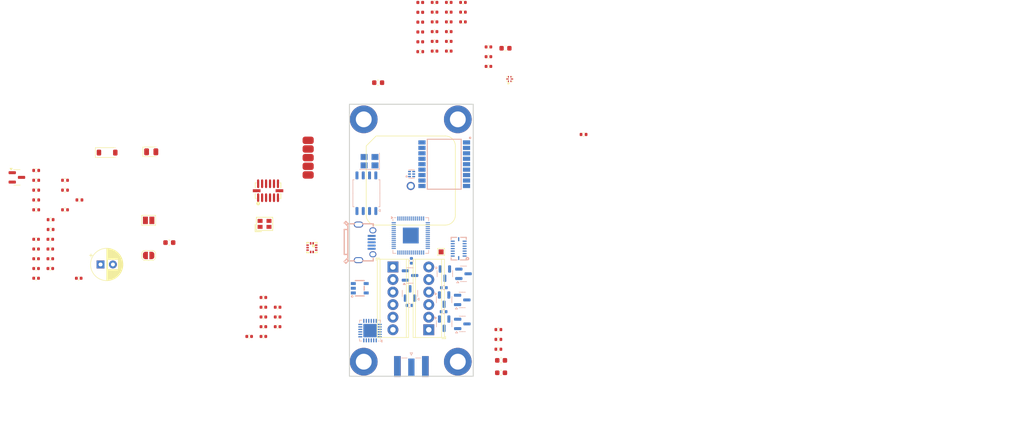
<source format=kicad_pcb>
(kicad_pcb (version 20240108) (generator "pcbnew") (generator_version "8.0")
  (layers (0 "F.Cu" signal) (1 "In1.Cu" power) (2 "In2.Cu" power) (31 "B.Cu" signal) (34 "B.Paste" user) (35 "F.Paste" user) (36 "B.SilkS" user "B.Silkscreen") (37 "F.SilkS" user "F.Silkscreen") (38 "B.Mask" user) (39 "F.Mask" user) (44 "Edge.Cuts" user))
  (net 0 "")
  (net 1 "GND")
  (net 2 "+3V3")
  (net 3 "+1V1")
  (net 4 "+12P")
  (net 5 "+12V")
  (net 6 "+BATT")
  (net 7 "/BUZZER")
  (net 8 "VBUS")
  (net 10 "Net-(D2-A)")
  (net 11 "/P4-")
  (net 12 "/P3-")
  (net 13 "/P2-")
  (net 14 "/P1-")
  (net 15 "/RUN")
  (net 16 "/BOOTSEL")
  (net 17 "/SWCLK")
  (net 18 "/SWD")
  (net 19 "/GPS 3v3")
  (net 20 "/RF GND 1")
  (net 21 "/ANT")
  (net 22 "/USB_D-")
  (net 23 "/USB_D+")
  (net 24 "/SCL")
  (net 25 "/VCC RF")
  (net 26 "/BRKOUT4")
  (net 27 "/BRKOUT3")
  (net 28 "/BRKOUT2")
  (net 29 "/BRKOUT1")
  (net 30 "/LEDBLUE")
  (net 31 "/LEDGREEN")
  (net 32 "/LEDRED")
  (net 33 "/P1 EN ")
  (net 34 "/P2 EN ")
  (net 35 "/P3 EN ")
  (net 36 "/P4 EN ")
  (net 37 "/BATT SENSE ")
  (net 38 "/P1 CONT ")
  (net 39 "/P3 CONT ")
  (net 40 "/RP USB_D+")
  (net 41 "/RP USB_D-")
  (net 42 "/P2 CONT ")
  (net 43 "/QSPI_SS")
  (net 44 "/P4 CONT ")
  (net 45 "/RF GND 2")
  (net 46 "/PPS")
  (net 47 "/SDA")
  (net 48 "/GPS_RST")
  (net 49 "/ANT OFF")
  (net 50 "/QSPI_SD1")
  (net 51 "/QSPI_SD2")
  (net 52 "/QSPI_SDO")
  (net 53 "/QSPI_SCLK")
  (net 54 "/QSPI_SD3")
  (net 55 "/XIN")
  (net 59 "Net-(U5-SW)")
  (net 60 "Net-(U5-FB)")
  (net 61 "Net-(D7-A)")
  (net 64 "Net-(D4-RK)")
  (net 65 "Net-(D4-GK)")
  (net 66 "Net-(D4-BK)")
  (net 82 "Net-(J3-In)")
  (net 83 "Net-(U1-VREG)")
  (net 84 "/SX CS")
  (net 85 "/XTA")
  (net 86 "/XTB")
  (net 87 "Net-(U1-VR_PA)")
  (net 89 "Net-(U7-RFIN)")
  (net 90 "Net-(U1-RFI_P)")
  (net 91 "Net-(U6-RF2)")
  (net 92 "Net-(U1-RFI_N)")
  (net 93 "Net-(C38-Pad2)")
  (net 94 "Net-(U1-RFO)")
  (net 95 "Net-(C40-Pad1)")
  (net 96 "Net-(U6-RF1)")
  (net 97 "Net-(U6-VCTL)")
  (net 98 "Net-(U6-RFC)")
  (net 99 "Net-(C44-Pad2)")
  (net 100 "Net-(U1-DCC_SW)")
  (net 101 "/CTL")
  (net 122 "/3v3_lora")
  (net 124 "/DIO1")
  (net 125 "/BUSY")
  (net 126 "/MISO")
  (net 127 "/MOSI")
  (net 128 "/SCK")
  (net 131 "/ANT IN")
  (footprint "Capacitor_SMD:C_0402_1005Metric" (layer "F.Cu") (at 120.315 99.21)
    (property "Reference" "C8" (hide yes))
    (property "Value" "1u")
    (pad "1" smd roundrect (at -0.48 0) (size 0.56 0.62) (layers "F.Cu" "F.Paste" "F.Mask") (net 4 "+12P"))
    (pad "2" smd roundrect (at 0.48 0) (size 0.56 0.62) (layers "F.Cu" "F.Paste" "F.Mask") (net 1 "GND"))
  )
  (footprint "MountingHole:MountingHole_3.2mm_M3_DIN965_Pad" (layer "F.Cu") (at 186.486 116.078)
    (property "Reference" "H3" (hide yes))
    (property "Value" "MountingHole_Pad")
    (pad "1" thru_hole circle (at 0 0) (size 5.6 5.6) (drill 3.2) (layers "*.Cu" "*.Mask") (net 1 "GND"))
  )
  (footprint "Capacitor_SMD:C_0402_1005Metric" (layer "F.Cu") (at 211.6725 54.405)
    (property "Reference" "C48" (hide yes))
    (property "Value" "100nF")
    (pad "1" smd roundrect (at -0.48 0) (size 0.56 0.62) (layers "F.Cu" "F.Paste" "F.Mask") (net 122 "/3v3_lora"))
    (pad "2" smd roundrect (at 0.48 0) (size 0.56 0.62) (layers "F.Cu" "F.Paste" "F.Mask") (net 1 "GND"))
  )
  (footprint "Capacitor_SMD:C_0402_1005Metric" (layer "F.Cu") (at 211.6725 52.435)
    (property "Reference" "C47" (hide yes))
    (property "Value" "100nF")
    (pad "1" smd roundrect (at -0.48 0) (size 0.56 0.62) (layers "F.Cu" "F.Paste" "F.Mask") (net 122 "/3v3_lora"))
    (pad "2" smd roundrect (at 0.48 0) (size 0.56 0.62) (layers "F.Cu" "F.Paste" "F.Mask") (net 1 "GND"))
  )
  (footprint "Capacitor_SMD:C_0402_1005Metric" (layer "F.Cu") (at 211.6725 56.375)
    (property "Reference" "C49" (hide yes))
    (property "Value" "100nF")
    (pad "1" smd roundrect (at -0.48 0) (size 0.56 0.62) (layers "F.Cu" "F.Paste" "F.Mask") (net 122 "/3v3_lora"))
    (pad "2" smd roundrect (at 0.48 0) (size 0.56 0.62) (layers "F.Cu" "F.Paste" "F.Mask") (net 1 "GND"))
  )
  (footprint "Resistor_SMD:R_0402_1005Metric" (layer "F.Cu") (at 126.155 81.39)
    (property "Reference" "R18" (hide yes))
    (property "Value" "22R")
    (pad "1" smd roundrect (at -0.51 0) (size 0.54 0.64) (layers "F.Cu" "F.Paste" "F.Mask") (net 41 "/RP USB_D-"))
    (pad "2" smd roundrect (at 0.51 0) (size 0.54 0.64) (layers "F.Cu" "F.Paste" "F.Mask") (net 22 "/USB_D-"))
  )
  (footprint "Capacitor_SMD:C_0402_1005Metric" (layer "F.Cu") (at 120.315 95.27)
    (property "Reference" "C3" (hide yes))
    (property "Value" "100n")
    (pad "1" smd roundrect (at -0.48 0) (size 0.56 0.62) (layers "F.Cu" "F.Paste" "F.Mask") (net 37 "/BATT SENSE "))
    (pad "2" smd roundrect (at 0.48 0) (size 0.56 0.62) (layers "F.Cu" "F.Paste" "F.Mask") (net 1 "GND"))
  )
  (footprint "Capacitor_THT:CP_Radial_D6.3mm_P2.50mm" (layer "F.Cu") (at 133.330241 96.42)
    (property "Reference" "C9" (hide yes))
    (property "Value" "680uf")
    (pad "1" thru_hole rect (at 0 0) (size 1.6 1.6) (drill 0.8) (layers "*.Cu" "*.Mask") (net 4 "+12P"))
    (pad "2" thru_hole circle (at 2.5 0) (size 1.6 1.6) (drill 0.8) (layers "*.Cu" "*.Mask") (net 1 "GND"))
  )
  (footprint ".pretty:QFN-6_L1.0-W1.0-P0.50-LS1.0-BL" (layer "F.Cu") (at 215.958 58.928)
    (property "Reference" "U6" (hide yes))
    (property "Value" "SKY13453-385LF")
    (pad "1" smd rect (at -0.25 0.45) (size 0.2 0.33) (layers "F.Cu" "F.Paste" "F.Mask") (net 2 "+3V3"))
    (pad "2" smd rect (at 0.25 0.45) (size 0.2 0.33) (layers "F.Cu" "F.Paste" "F.Mask") (net 96 "Net-(U6-RF1)"))
    (pad "3" smd rect (at 0.45 0) (size 0.51 0.2) (layers "F.Cu" "F.Paste" "F.Mask") (net 1 "GND"))
    (pad "4" smd rect (at 0.25 -0.45) (size 0.2 0.33) (layers "F.Cu" "F.Paste" "F.Mask") (net 91 "Net-(U6-RF2)"))
    (pad "5" smd rect (at -0.25 -0.45) (size 0.2 0.33) (layers "F.Cu" "F.Paste" "F.Mask") (net 97 "Net-(U6-VCTL)"))
    (pad "6" smd rect (at -0.45 0) (size 0.51 0.2) (layers "F.Cu" "F.Paste" "F.Mask") (net 98 "Net-(U6-RFC)"))
  )
  (footprint "Capacitor_SMD:C_0402_1005Metric" (layer "F.Cu") (at 166.2176 105.0656)
    (property "Reference" "C18" (hide yes))
    (property "Value" "1u")
    (pad "1" smd roundrect (at -0.48 0) (size 0.56 0.62) (layers "F.Cu" "F.Paste" "F.Mask") (net 3 "+1V1"))
    (pad "2" smd roundrect (at 0.48 0) (size 0.56 0.62) (layers "F.Cu" "F.Paste" "F.Mask") (net 1 "GND"))
  )
  (footprint "Capacitor_SMD:C_0402_1005Metric" (layer "F.Cu") (at 203.6575 43.434)
    (property "Reference" "C38" (hide yes))
    (property "Value" "3.3pF")
    (pad "1" smd roundrect (at -0.48 0) (size 0.56 0.62) (layers "F.Cu" "F.Paste" "F.Mask") (net 94 "Net-(U1-RFO)"))
    (pad "2" smd roundrect (at 0.48 0) (size 0.56 0.62) (layers "F.Cu" "F.Paste" "F.Mask") (net 93 "Net-(C38-Pad2)"))
  )
  (footprint "Resistor_SMD:R_0402_1005Metric" (layer "F.Cu") (at 129.065 83.38)
    (property "Reference" "R28" (hide yes))
    (property "Value" "1k")
    (pad "1" smd roundrect (at -0.51 0) (size 0.54 0.64) (layers "F.Cu" "F.Paste" "F.Mask") (net 30 "/LEDBLUE"))
    (pad "2" smd roundrect (at 0.51 0) (size 0.54 0.64) (layers "F.Cu" "F.Paste" "F.Mask") (net 66 "Net-(D4-BK)"))
  )
  (footprint "Package_TO_SOT_SMD:SOT-23" (layer "F.Cu") (at 116.435 78.815)
    (property "Reference" "Q1" (hide yes))
    (property "Value" "AO3401A")
    (pad "1" smd roundrect (at -0.9375 -0.95) (size 1.475 0.6) (layers "F.Cu" "F.Paste" "F.Mask") (net 1 "GND"))
    (pad "2" smd roundrect (at -0.9375 0.95) (size 1.475 0.6) (layers "F.Cu" "F.Paste" "F.Mask") (net 4 "+12P"))
    (pad "3" smd roundrect (at 0.9375 0) (size 1.475 0.6) (layers "F.Cu" "F.Paste" "F.Mask") (net 5 "+12V"))
  )
  (footprint "Capacitor_SMD:C_0402_1005Metric" (layer "F.Cu") (at 203.6575 47.374)
    (property "Reference" "C40" (hide yes))
    (property "Value" "100pF")
    (pad "1" smd roundrect (at -0.48 0) (size 0.56 0.62) (layers "F.Cu" "F.Paste" "F.Mask") (net 95 "Net-(C40-Pad1)"))
    (pad "2" smd roundrect (at 0.48 0) (size 0.56 0.62) (layers "F.Cu" "F.Paste" "F.Mask") (net 96 "Net-(U6-RF1)"))
  )
  (footprint "Resistor_SMD:R_0402_1005Metric" (layer "F.Cu") (at 213.67561 109.582666)
    (property "Reference" "R7" (hide yes))
    (property "Value" "15k")
    (pad "1" smd roundrect (at -0.51 0) (size 0.54 0.64) (layers "F.Cu" "F.Paste" "F.Mask") (net 59 "Net-(U5-SW)"))
    (pad "2" smd roundrect (at 0.51 0) (size 0.54 0.64) (layers "F.Cu" "F.Paste" "F.Mask") (net 60 "Net-(U5-FB)"))
  )
  (footprint "Capacitor_SMD:C_0402_1005Metric" (layer "F.Cu") (at 206.5275 43.434)
    (property "Reference" "C44" (hide yes))
    (property "Value" "33pF")
    (pad "1" smd roundrect (at -0.48 0) (size 0.56 0.62) (layers "F.Cu" "F.Paste" "F.Mask") (net 98 "Net-(U6-RFC)"))
    (pad "2" smd roundrect (at 0.48 0) (size 0.56 0.62) (layers "F.Cu" "F.Paste" "F.Mask") (net 99 "Net-(C44-Pad2)"))
  )
  (footprint "Resistor_SMD:R_0402_1005Metric" (layer "F.Cu") (at 120.335 81.39)
    (property "Reference" "R3" (hide yes))
    (property "Value" "1k")
    (pad "1" smd roundrect (at -0.51 0) (size 0.54 0.64) (layers "F.Cu" "F.Paste" "F.Mask") (net 10 "Net-(D2-A)"))
    (pad "2" smd roundrect (at 0.51 0) (size 0.54 0.64) (layers "F.Cu" "F.Paste" "F.Mask") (net 2 "+3V3"))
  )
  (footprint "Capacitor_SMD:C_0402_1005Metric" (layer "F.Cu") (at 169.0876 105.0656)
    (property "Reference" "C24" (hide yes))
    (property "Value" "100n")
    (pad "1" smd roundrect (at -0.48 0) (size 0.56 0.62) (layers "F.Cu" "F.Paste" "F.Mask") (net 2 "+3V3"))
    (pad "2" smd roundrect (at 0.48 0) (size 0.56 0.62) (layers "F.Cu" "F.Paste" "F.Mask") (net 1 "GND"))
  )
  (footprint "Capacitor_SMD:C_0402_1005Metric" (layer "F.Cu") (at 206.5275 45.404)
    (property "Reference" "C45" (hide yes))
    (property "Value" "TBD")
    (pad "1" smd roundrect (at -0.48 0) (size 0.56 0.62) (layers "F.Cu" "F.Paste" "F.Mask") (net 1 "GND"))
    (pad "2" smd roundrect (at 0.48 0) (size 0.56 0.62) (layers "F.Cu" "F.Paste" "F.Mask") (net 99 "Net-(C44-Pad2)"))
  )
  (footprint "TerminalBlock_Phoenix:TerminalBlock_Phoenix_MPT-0,5-6-2.54_1x06_P2.54mm_Horizontal" (layer "F.Cu") (at 199.6186 109.6264 90)
    (property "Reference" "J9" (hide yes))
    (property "Value" "Screw_Terminal_01x06")
    (pad "1" thru_hole rect (at 0 0 90) (size 2.2 2.2) (drill 1.1) (layers "*.Cu" "*.Mask") (net 4 "+12P"))
    (pad "2" thru_hole circle (at 2.54 0 90) (size 2.2 2.2) (drill 1.1) (layers "*.Cu" "*.Mask") (net 14 "/P1-"))
    (pad "3" thru_hole circle (at 5.08 0 90) (size 2.2 2.2) (drill 1.1) (layers "*.Cu" "*.Mask") (net 4 "+12P"))
    (pad "4" thru_hole circle (at 7.62 0 90) (size 2.2 2.2) (drill 1.1) (layers "*.Cu" "*.Mask") (net 13 "/P2-"))
    (pad "5" thru_hole circle (at 10.16 0 90) (size 2.2 2.2) (drill 1.1) (layers "*.Cu" "*.Mask") (net 4 "+12P"))
    (pad "6" thru_hole circle (at 12.7 0 90) (size 2.2 2.2) (drill 1.1) (layers "*.Cu" "*.Mask") (net 12 "/P3-"))
  )
  (footprint "Capacitor_SMD:C_0402_1005Metric" (layer "F.Cu") (at 120.315 91.33)
    (property "Reference" "C1" (hide yes))
    (property "Value" "100n")
    (pad "1" smd roundrect (at -0.48 0) (size 0.56 0.62) (layers "F.Cu" "F.Paste" "F.Mask") (net 2 "+3V3"))
    (pad "2" smd roundrect (at 0.48 0) (size 0.56 0.62) (layers "F.Cu" "F.Paste" "F.Mask") (net 1 "GND"))
  )
  (footprint "Capacitor_SMD:C_0402_1005Metric" (layer "F.Cu") (at 200.7875 53.284)
    (property "Reference" "C37" (hide yes))
    (property "Value" "1pF")
    (pad "1" smd roundrect (at -0.48 0) (size 0.56 0.62) (layers "F.Cu" "F.Paste" "F.Mask") (net 1 "GND"))
    (pad "2" smd roundrect (at 0.48 0) (size 0.56 0.62) (layers "F.Cu" "F.Paste" "F.Mask") (net 91 "Net-(U6-RF2)"))
  )
  (footprint "Jumper:SolderJumper-2_P1.3mm_Open_RoundedPad1.0x1.5mm" (layer "F.Cu") (at 143.045 94.6)
    (property "Reference" "J4" (hide yes))
    (property "Value" "Conn_01x02")
    (pad "1" smd custom (at -0.65 0) (size 1 0.5) (layers "F.Cu" "F.Mask") (net 1 "GND") (options (clearance outline) (anchor rect)) (primitives (gr_circle (center 0 0.25) (end 0.5 0.25) (width 0) (fill yes)) (gr_circle (center 0 -0.25) (end 0.5 -0.25) (width 0) (fill yes)) (gr_poly (pts (xy 0.5 0.75) (xy 0 0.75) (xy 0 -0.75) (xy 0.5 -0.75)) (width 0) (fill yes))))
    (pad "2" smd custom (at 0.65 0) (size 1 0.5) (layers "F.Cu" "F.Mask") (net 16 "/BOOTSEL") (options (clearance outline) (anchor rect)) (primitives (gr_circle (center 0 0.25) (end 0.5 0.25) (width 0) (fill yes)) (gr_circle (center 0 -0.25) (end 0.5 -0.25) (width 0) (fill yes)) (gr_poly (pts (xy 0 0.75) (xy -0.5 0.75) (xy -0.5 -0.75) (xy 0 -0.75)) (width 0) (fill yes))))
  )
  (footprint "Inductor_SMD:L_0603_1608Metric" (layer "F.Cu") (at 215.1125 52.705)
    (property "Reference" "FB2" (hide yes))
    (property "Value" "200mA")
    (pad "1" smd roundrect (at -0.7875 0) (size 0.875 0.95) (layers "F.Cu" "F.Paste" "F.Mask") (net 2 "+3V3"))
    (pad "2" smd roundrect (at 0.7875 0) (size 0.875 0.95) (layers "F.Cu" "F.Paste" "F.Mask") (net 122 "/3v3_lora"))
  )
  (footprint "Capacitor_SMD:C_0402_1005Metric" (layer "F.Cu") (at 203.6575 51.314)
    (property "Reference" "C42" (hide yes))
    (property "Value" "100nF")
    (pad "1" smd roundrect (at -0.48 0) (size 0.56 0.62) (layers "F.Cu" "F.Paste" "F.Mask") (net 1 "GND"))
    (pad "2" smd roundrect (at 0.48 0) (size 0.56 0.62) (layers "F.Cu" "F.Paste" "F.Mask") (net 97 "Net-(U6-VCTL)"))
  )
  (footprint "Capacitor_SMD:C_0402_1005Metric" (layer "F.Cu") (at 203.6575 45.404)
    (property "Reference" "C39" (hide yes))
    (property "Value" "18pF")
    (pad "1" smd roundrect (at -0.48 0) (size 0.56 0.62) (layers "F.Cu" "F.Paste" "F.Mask") (net 1 "GND"))
    (pad "2" smd roundrect (at 0.48 0) (size 0.56 0.62) (layers "F.Cu" "F.Paste" "F.Mask") (net 93 "Net-(C38-Pad2)"))
  )
  (footprint "Resistor_SMD:R_0402_1005Metric" (layer "F.Cu") (at 123.245 89.35)
    (property "Reference" "R15" (hide yes))
    (property "Value" "22R")
    (pad "1" smd roundrect (at -0.51 0) (size 0.54 0.64) (layers "F.Cu" "F.Paste" "F.Mask") (net 23 "/USB_D+"))
    (pad "2" smd roundrect (at 0.51 0) (size 0.54 0.64) (layers "F.Cu" "F.Paste" "F.Mask") (net 40 "/RP USB_D+"))
  )
  (footprint "TestPoint:TestPoint_Pad_1.0x1.0mm" (layer "F.Cu") (at 202.1078 93.8784)
    (property "Reference" "TP1" (hide yes))
    (property "Value" "TestPoint")
    (pad "1" smd rect (at 0 0) (size 1 1) (layers "F.Cu" "F.Mask") (net 15 "/RUN"))
  )
  (footprint "Capacitor_SMD:C_0402_1005Metric" (layer "F.Cu") (at 203.6575 49.344)
    (property "Reference" "C41" (hide yes))
    (property "Value" "15pF")
    (pad "1" smd roundrect (at -0.48 0) (size 0.56 0.62) (layers "F.Cu" "F.Paste" "F.Mask") (net 1 "GND"))
    (pad "2" smd roundrect (at 0.48 0) (size 0.56 0.62) (layers "F.Cu" "F.Paste" "F.Mask") (net 96 "Net-(U6-RF1)"))
  )
  (footprint "Capacitor_SMD:C_0603_1608Metric" (layer "F.Cu") (at 214.22561 115.812666)
    (property "Reference" "C5" (hide yes))
    (property "Value" "4u7")
    (pad "1" smd roundrect (at -0.775 0) (size 0.9 0.95) (layers "F.Cu" "F.Paste" "F.Mask") (net 4 "+12P"))
    (pad "2" smd roundrect (at 0.775 0) (size 0.9 0.95) (layers "F.Cu" "F.Paste" "F.Mask") (net 1 "GND"))
  )
  (footprint "Inductor_SMD:L_0603_1608Metric" (layer "F.Cu") (at 189.3975 59.664)
    (property "Reference" "L4" (hide yes))
    (property "Value" "15uH")
    (pad "1" smd roundrect (at -0.7875 0) (size 0.875 0.95) (layers "F.Cu" "F.Paste" "F.Mask") (net 100 "Net-(U1-DCC_SW)"))
    (pad "2" smd roundrect (at 0.7875 0) (size 0.875 0.95) (layers "F.Cu" "F.Paste" "F.Mask") (net 83 "Net-(U1-VREG)"))
  )
  (footprint "Capacitor_SMD:C_0402_1005Metric" (layer "F.Cu") (at 200.7875 47.374)
    (property "Reference" "C31" (hide yes))
    (property "Value" "3.3pF")
    (pad "1" smd roundrect (at -0.48 0) (size 0.56 0.62) (layers "F.Cu" "F.Paste" "F.Mask") (net 1 "GND"))
    (pad "2" smd roundrect (at 0.48 0) (size 0.56 0.62) (layers "F.Cu" "F.Paste" "F.Mask") (net 90 "Net-(U1-RFI_P)"))
  )
  (footprint "TerminalBlock_Phoenix:TerminalBlock_Phoenix_MPT-0,5-6-2.54_1x06_P2.54mm_Horizontal" (layer "F.Cu") (at 192.3796 96.9264 -90)
    (property "Reference" "J2" (hide yes))
    (property "Value" "Screw_Terminal_01x06")
    (pad "1" thru_hole rect (at 0 0 270) (size 2.2 2.2) (drill 1.1) (layers "*.Cu" "*.Mask") (net 11 "/P4-"))
    (pad "2" thru_hole circle (at 2.54 0 270) (size 2.2 2.2) (drill 1.1) (layers "*.Cu" "*.Mask") (net 4 "+12P"))
    (pad "3" thru_hole circle (at 5.08 0 270) (size 2.2 2.2) (drill 1.1) (layers "*.Cu" "*.Mask") (net 5 "+12V"))
    (pad "4" thru_hole circle (at 7.62 0 270) (size 2.2 2.2) (drill 1.1) (layers "*.Cu" "*.Mask") (net 6 "+BATT"))
    (pad "5" thru_hole circle (at 10.16 0 270) (size 2.2 2.2) (drill 1.1) (layers "*.Cu" "*.Mask") (net 1 "GND"))
    (pad "6" thru_hole circle (at 12.7 0 270) (size 2.2 2.2) (drill 1.1) (layers "*.Cu" "*.Mask") (net 6 "+BATT"))
  )
  (footprint "Capacitor_SMD:C_0402_1005Metric" (layer "F.Cu") (at 123.185 91.33)
    (property "Reference" "C10" (hide yes))
    (property "Value" "1u")
    (pad "1" smd roundrect (at -0.48 0) (size 0.56 0.62) (layers "F.Cu" "F.Paste" "F.Mask") (net 2 "+3V3"))
    (pad "2" smd roundrect (at 0.48 0) (size 0.56 0.62) (layers "F.Cu" "F.Paste" "F.Mask") (net 1 "GND"))
  )
  (footprint "Capacitor_SMD:C_0402_1005Metric" (layer "F.Cu") (at 166.2176 109.0056)
    (property "Reference" "C21" (hide yes))
    (property "Value" "100n")
    (pad "1" smd roundrect (at -0.48 0) (size 0.56 0.62) (layers "F.Cu" "F.Paste" "F.Mask") (net 2 "+3V3"))
    (pad "2" smd roundrect (at 0.48 0) (size 0.56 0.62) (layers "F.Cu" "F.Paste" "F.Mask") (net 1 "GND"))
  )
  (footprint "Resistor_SMD:R_0402_1005Metric" (layer "F.Cu") (at 230.881 70.137)
    (property "Reference" "R6" (hide yes))
    (property "Value" "5.1k")
    (pad "1" smd roundrect (at -0.51 0) (size 0.54 0.64) (layers "F.Cu" "F.Paste" "F.Mask") (net 2 "+3V3"))
    (pad "2" smd roundrect (at 0.51 0) (size 0.54 0.64) (layers "F.Cu" "F.Paste" "F.Mask") (net 84 "/SX CS"))
  )
  (footprint "Capacitor_SMD:C_0603_1608Metric" (layer "F.Cu") (at 214.22561 118.322666)
    (property "Reference" "C6" (hide yes))
    (property "Value" "10u")
    (pad "1" smd roundrect (at -0.775 0) (size 0.9 0.95) (layers "F.Cu" "F.Paste" "F.Mask") (net 2 "+3V3"))
    (pad "2" smd roundrect (at 0.775 0) (size 0.9 0.95) (layers "F.Cu" "F.Paste" "F.Mask") (net 1 "GND"))
  )
  (footprint "Resistor_SMD:R_0402_1005Metric" (layer "F.Cu") (at 120.335 77.41)
    (property "Reference" "R1" (hide yes))
    (property "Value" "5.1k")
    (pad "1" smd roundrect (at -0.51 0) (size 0.54 0.64) (layers "F.Cu" "F.Paste" "F.Mask") (net 2 "+3V3"))
    (pad "2" smd roundrect (at 0.51 0) (size 0.54 0.64) (layers "F.Cu" "F.Paste" "F.Mask") (net 15 "/RUN"))
  )
  (footprint "Resistor_SMD:R_0402_1005Metric" (layer "F.Cu") (at 126.155 79.4)
    (property "Reference" "R17" (hide yes))
    (property "Value" "1k")
    (pad "1" smd roundrect (at -0.51 0) (size 0.54 0.64) (layers "F.Cu" "F.Paste" "F.Mask") (net 1 "GND"))
    (pad "2" smd roundrect (at 0.51 0) (size 0.54 0.64) (layers "F.Cu" "F.Paste" "F.Mask") (net 33 "/P1 EN "))
  )
  (footprint "Resistor_SMD:R_0402_1005Metric" (layer "F.Cu") (at 213.67561 113.562666)
    (property "Reference" "R9" (hide yes))
    (property "Value" "1k")
    (pad "1" smd roundrect (at -0.51 0) (size 0.54 0.64) (layers "F.Cu" "F.Paste" "F.Mask") (net 46 "/PPS"))
    (pad "2" smd roundrect (at 0.51 0) (size 0.54 0.64) (layers "F.Cu" "F.Paste" "F.Mask") (net 61 "Net-(D7-A)"))
  )
  (footprint "easyeda2kicad:LGA-14_L5.0-W3.0-P0.80-BL" (layer "F.Cu") (at 167.16 81.51)
    (property "Reference" "U4" (hide yes))
    (property "Value" "ADXL375BCCZ-RL7")
    (pad "1" smd oval (at -2 1.41) (size 0.45 1.77) (layers "F.Cu" "F.Paste" "F.Mask") (net 2 "+3V3"))
    (pad "2" smd oval (at -1.2 1.41) (size 0.45 1.77) (layers "F.Cu" "F.Paste" "F.Mask") (net 1 "GND"))
    (pad "3" smd oval (at -0.4 1.41) (size 0.45 1.77) (layers "F.Cu" "F.Paste" "F.Mask") (net 2 "+3V3"))
    (pad "4" smd oval (at 0.4 1.41) (size 0.45 1.77) (layers "F.Cu" "F.Paste" "F.Mask") (net 1 "GND"))
    (pad "5" smd oval (at 1.2 1.41) (size 0.45 1.77) (layers "F.Cu" "F.Paste" "F.Mask") (net 1 "GND"))
    (pad "6" smd oval (at 2 1.41) (size 0.45 1.77) (layers "F.Cu" "F.Paste" "F.Mask") (net 2 "+3V3"))
    (pad "7" smd rect (at 2.3 0) (size 1.55 0.6) (layers "F.Cu" "F.Paste" "F.Mask") (net 2 "+3V3"))
    (pad "8" smd oval (at 2 -1.41) (size 0.45 1.77) (layers "F.Cu" "F.Paste" "F.Mask"))
    (pad "9" smd oval (at 1.2 -1.41) (size 0.45 1.77) (layers "F.Cu" "F.Paste" "F.Mask"))
    (pad "10" smd oval (at 0.4 -1.41) (size 0.45 1.77) (layers "F.Cu" "F.Paste" "F.Mask"))
    (pad "11" smd oval (at -0.4 -1.41) (size 0.45 1.77) (layers "F.Cu" "F.Paste" "F.Mask") (net 1 "GND"))
    (pad "12" smd oval (at -1.2 -1.41) (size 0.45 1.77) (layers "F.Cu" "F.Paste" "F.Mask") (net 1 "GND"))
    (pad "13" smd oval (at -2 -1.41) (size 0.45 1.77) (layers "F.Cu" "F.Paste" "F.Mask"))
    (pad "14" smd rect (at -2.3 0) (size 1.55 0.6) (layers "F.Cu" "F.Paste" "F.Mask"))
  )
  (footprint "Capacitor_SMD:C_0402_1005Metric" (layer "F.Cu") (at 200.7875 51.314)
    (property "Reference" "C36" (hide yes))
    (property "Value" "4.7pF")
    (pad "1" smd roundrect (at -0.48 0) (size 0.56 0.62) (layers "F.Cu" "F.Paste" "F.Mask") (net 92 "Net-(U1-RFI_N)"))
    (pad "2" smd roundrect (at 0.48 0) (size 0.56 0.62) (layers "F.Cu" "F.Paste" "F.Mask") (net 91 "Net-(U6-RF2)"))
  )
  (footprint "Inductor_SMD:L_0402_1005Metric" (layer "F.Cu") (at 197.8975 51.404)
    (property "Reference" "L9" (hide yes))
    (property "Value" "0R")
    (pad "1" smd roundrect (at -0.485 0) (size 0.59 0.64) (layers "F.Cu" "F.Paste" "F.Mask") (net 99 "Net-(C44-Pad2)"))
    (pad "2" smd roundrect (at 0.485 0) (size 0.59 0.64) (layers "F.Cu" "F.Paste" "F.Mask") (net 82 "Net-(J3-In)"))
  )
  (footprint "Capacitor_SMD:C_0402_1005Metric" (layer "F.Cu") (at 200.7875 49.344)
    (property "Reference" "C35" (hide yes))
    (property "Value" "22nF")
    (pad "1" smd roundrect (at -0.48 0) (size 0.56 0.62) (layers "F.Cu" "F.Paste" "F.Mask") (net 87 "Net-(U1-VR_PA)"))
    (pad "2" smd roundrect (at 0.48 0) (size 0.56 0.62) (layers "F.Cu" "F.Paste" "F.Mask") (net 1 "GND"))
  )
  (footprint "Inductor_SMD:L_0402_1005Metric" (layer "F.Cu") (at 197.8975 45.434)
    (property "Reference" "L6" (hide yes))
    (property "Value" "68nH")
    (pad "1" smd roundrect (at -0.485 0) (size 0.59 0.64) (layers "F.Cu" "F.Paste" "F.Mask") (net 87 "Net-(U1-VR_PA)"))
    (pad "2" smd roundrect (at 0.485 0) (size 0.59 0.64) (layers "F.Cu" "F.Paste" "F.Mask") (net 94 "Net-(U1-RFO)"))
  )
  (footprint "Resistor_SMD:R_0402_1005Metric" (layer "F.Cu") (at 213.67561 111.572666)
    (property "Reference" "R8" (hide yes))
    (property "Value" "50k")
    (pad "1" smd roundrect (at -0.51 0) (size 0.54 0.64) (layers "F.Cu" "F.Paste" "F.Mask") (net 60 "Net-(U5-FB)"))
    (pad "2" smd roundrect (at 0.51 0) (size 0.54 0.64) (layers "F.Cu" "F.Paste" "F.Mask") (net 1 "GND"))
  )
  (footprint "easyeda2kicad:OSC-SMD_4P-L2.0-W1.6-BL" (layer "F.Cu") (at 166.45 88.22)
    (property "Reference" "X2" (hide yes))
    (property "Value" "SX1M12.000M10F30TNN")
    (pad "1" smd rect (at -0.9 0.6 90) (size 0.8 1) (layers "F.Cu" "F.Paste" "F.Mask") (net 2 "+3V3"))
    (pad "2" smd rect (at 0.9 0.6 90) (size 0.8 1) (layers "F.Cu" "F.Paste" "F.Mask") (net 1 "GND"))
    (pad "3" smd rect (at 0.9 -0.6 90) (size 0.8 1) (layers "F.Cu" "F.Paste" "F.Mask") (net 55 "/XIN"))
    (pad "4" smd rect (at -0.9 -0.6 90) (size 0.8 1) (layers "F.Cu" "F.Paste" "F.Mask") (net 2 "+3V3"))
  )
  (footprint "Capacitor_SMD:C_0402_1005Metric" (layer "F.Cu") (at 166.2176 103.0956)
    (property "Reference" "C17" (hide yes))
    (property "Value" "100n")
    (pad "1" smd roundrect (at -0.48 0) (size 0.56 0.62) (layers "F.Cu" "F.Paste" "F.Mask") (net 3 "+1V1"))
    (pad "2" smd roundrect (at 0.48 0) (size 0.56 0.62) (layers "F.Cu" "F.Paste" "F.Mask") (net 1 "GND"))
  )
  (footprint "APAE1575R1820ABDC1_T:XDCR_APAE1575R1820ABDC1-T" (layer "F.Cu") (at 195.9864 79.4512 180)
    (property "Reference" "AE1" (hide yes))
    (property "Value" "Antenna")
    (pad "1" thru_hole circle (at 0 -1.1 180) (size 1.65 1.65) (drill 1.1) (layers "*.Cu" "*.Mask") (net 131 "/ANT IN"))
  )
  (footprint "Capacitor_SMD:C_0402_1005Metric" (layer "F.Cu") (at 120.315 93.3)
    (property "Reference" "C2" (hide yes))
    (property "Value" "100n")
    (pad "1" smd roundrect (at -0.48 0) (size 0.56 0.62) (layers "F.Cu" "F.Paste" "F.Mask") (net 2 "+3V3"))
    (pad "2" smd roundrect (at 0.48 0) (size 0.56 0.62) (layers "F.Cu" "F.Paste" "F.Mask") (net 1 "GND"))
  )
  (footprint "Capacitor_SMD:C_0402_1005Metric" (layer "F.Cu") (at 163.3476 110.9756)
    (property "Reference" "C16" (hide yes))
    (property "Value" "100n")
    (pad "1" smd roundrect (at -0.48 0) (size 0.56 0.62) (layers "F.Cu" "F.Paste" "F.Mask") (net 3 "+1V1"))
    (pad "2" smd roundrect (at 0.48 0) (size 0.56 0.62) (layers "F.Cu" "F.Paste" "F.Mask") (net 1 "GND"))
  )
  (footprint "Resistor_SMD:R_0402_1005Metric" (layer "F.Cu") (at 197.8975 53.394)
    (property "Reference" "R19" (hide yes))
    (property "Value" "100R")
    (pad "1" smd roundrect (at -0.51 0) (size 0.54 0.64) (layers "F.Cu" "F.Paste" "F.Mask") (net 101 "/CTL"))
    (pad "2" smd roundrect (at 0.51 0) (size 0.54 0.64) (layers "F.Cu" "F.Paste" "F.Mask") (net 97 "Net-(U6-VCTL)"))
  )
  (footprint "Resistor_SMD:R_0402_1005Metric" (layer "F.Cu") (at 120.335 85.37)
    (property "Reference" "R5" (hide yes))
    (property "Value" "5.1k")
    (pad "1" smd roundrect (at -0.51 0) (size 0.54 0.64) (layers "F.Cu" "F.Paste" "F.Mask") (net 37 "/BATT SENSE "))
    (pad "2" smd roundrect (at 0.51 0) (size 0.54 0.64) (layers "F.Cu" "F.Paste" "F.Mask") (net 1 "GND"))
  )
  (footprint "Inductor_SMD:L_0402_1005Metric" (layer "F.Cu") (at 197.8975 43.444)
    (property "Reference" "L5" (hide yes))
    (property "Value" "33nH")
    (pad "1" smd roundrect (at -0.485 0) (size 0.59 0.64) (layers "F.Cu" "F.Paste" "F.Mask") (net 92 "Net-(U1-RFI_N)"))
    (pad "2" smd roundrect (at 0.485 0) (size 0.59 0.64) (layers "F.Cu" "F.Paste" "F.Mask") (net 90 "Net-(U1-RFI_P)"))
  )
  (footprint "Capacitor_SMD:C_0402_1005Metric" (layer "F.Cu") (at 200.7875 43.434)
    (property "Reference" "C29" (hide yes))
    (property "Value" "470nF")
    (pad "1" smd roundrect (at -0.48 0) (size 0.56 0.62) (layers "F.Cu" "F.Paste" "F.Mask") (net 83 "Net-(U1-VREG)"))
    (pad "2" smd roundrect (at 0.48 0) (size 0.56 0.62) (layers "F.Cu" "F.Paste" "F.Mask") (net 1 "GND"))
  )
  (footprint "MountingHole:MountingHole_3.2mm_M3_DIN965_Pad" (layer "F.Cu") (at 186.486 67.078)
    (property "Reference" "H1" (hide yes))
    (property "Value" "MountingHole_Pad")
    (pad "1" thru_hole circle (at 0 0) (size 5.6 5.6) (drill 3.2) (layers "*.Cu" "*.Mask") (net 1 "GND"))
  )
  (footprint "Inductor_SMD:L_0402_1005Metric" (layer "F.Cu") (at 197.8975 47.424)
    (property "Reference" "L7" (hide yes))
    (property "Value" "3.9nH")
    (pad "1" smd roundrect (at -0.485 0) (size 0.59 0.64) (layers "F.Cu" "F.Paste" "F.Mask") (net 94 "Net-(U1-RFO)"))
    (pad "2" smd roundrect (at 0.485 0) (size 0.59 0.64) (layers "F.Cu" "F.Paste" "F.Mask") (net 93 "Net-(C38-Pad2)"))
  )
  (footprint ".pretty:Pad_01x_05" (layer "F.Cu") (at 175.26 80.8228)
    (property "Reference" "J5" (hide yes))
    (property "Value" "Conn_01x05")
    (pad "1" smd roundrect (at 0 -2.5) (size 2.25 1.5) (layers "F.Cu" "F.Paste" "F.Mask") (roundrect_rratio 0.3280839895) (net 29 "/BRKOUT1"))
    (pad "2" smd roundrect (at 0 -4.25) (size 2.25 1.5) (layers "F.Cu" "F.Paste" "F.Mask") (roundrect_rratio 0.3280839895) (net 28 "/BRKOUT2"))
    (pad "3" smd roundrect (at 0 -6) (size 2.25 1.5) (layers "F.Cu" "F.Paste" "F.Mask") (roundrect_rratio 0.3280839895) (net 27 "/BRKOUT3"))
    (pad "4" smd roundrect (at 0 -7.75) (size 2.25 1.5) (layers "F.Cu" "F.Paste" "F.Mask") (roundrect_rratio 0.3280839895) (net 26 "/BRKOUT4"))
    (pad "5" smd roundrect (at 0 -9.5) (size 2.25 1.5) (layers "F.Cu" "F.Paste" "F.Mask") (roundrect_rratio 0.3280839895) (net 1 "GND"))
  )
  (footprint "Capacitor_SMD:C_0402_1005Metric" (layer "F.Cu") (at 123.185 93.3)
    (property "Reference" "C11" (hide yes))
    (property "Value" "100n")
    (pad "1" smd roundrect (at -0.48 0) (size 0.56 0.62) (layers "F.Cu" "F.Paste" "F.Mask") (net 2 "+3V3"))
    (pad "2" smd roundrect (at 0.48 0) (size 0.56 0.62) (layers "F.Cu" "F.Paste" "F.Mask") (net 1 "GND"))
  )
  (footprint "Capacitor_SMD:C_0603_1608Metric" (layer "F.Cu") (at 147.225 92)
    (property "Reference" "C7" (hide yes))
    (property "Value" "10u")
    (pad "1" smd roundrect (at -0.775 0) (size 0.9 0.95) (layers "F.Cu" "F.Paste" "F.Mask") (net 4 "+12P"))
    (pad "2" smd roundrect (at 0.775 0) (size 0.9 0.95) (layers "F.Cu" "F.Paste" "F.Mask") (net 1 "GND"))
  )
  (footprint "Jumper:SolderJumper-2_P1.3mm_Open_Pad1.0x1.5mm" (layer "F.Cu") (at 143.045 87.5)
    (property "Reference" "J1" (hide yes))
    (property "Value" "Conn_01x02")
    (pad "1" smd rect (at -0.65 0) (size 1 1.5) (layers "F.Cu" "F.Mask") (net 17 "/SWCLK"))
    (pad "2" smd rect (at 0.65 0) (size 1 1.5) (layers "F.Cu" "F.Mask") (net 18 "/SWD"))
  )
  (footprint "Resistor_SMD:R_0402_1005Metric" (layer "F.Cu") (at 126.155 85.37)
    (property "Reference" "R22" (hide yes))
    (property "Value" "1k")
    (pad "1" smd roundrect (at -0.51 0) (size 0.54 0.64) (layers "F.Cu" "F.Paste" "F.Mask") (net 31 "/LEDGREEN"))
    (pad "2" smd roundrect (at 0.51 0) (size 0.54 0.64) (layers "F.Cu" "F.Paste" "F.Mask") (net 65 "Net-(D4-GK)"))
  )
  (footprint "MountingHole:MountingHole_3.2mm_M3_DIN965_Pad" (layer "F.Cu") (at 205.486 67.078)
    (property "Reference" "H2" (hide yes))
    (property "Value" "MountingHole_Pad")
    (pad "1" thru_hole circle (at 0 0) (size 5.6 5.6) (drill 3.2) (layers "*.Cu" "*.Mask") (net 1 "GND"))
  )
  (footprint "Capacitor_SMD:C_0402_1005Metric" (layer "F.Cu") (at 123.185 97.24)
    (property "Reference" "C13" (hide yes))
    (property "Value" "100n")
    (pad "1" smd roundrect (at -0.48 0) (size 0.56 0.62) (layers "F.Cu" "F.Paste" "F.Mask") (net 2 "+3V3"))
    (pad "2" smd roundrect (at 0.48 0) (size 0.56 0.62) (layers "F.Cu" "F.Paste" "F.Mask") (net 1 "GND"))
  )
  (footprint "easyeda2kicad:SENSORM-SMD_BMP388" (layer "F.Cu") (at 176.0156 93.0228)
    (property "Reference" "U3" (hide yes))
    (property "Value" "BMP388")
    (pad "1" smd rect (at 0.25 -0.87) (size 0.3 0.5) (layers "F.Cu" "F.Paste" "F.Mask") (net 2 "+3V3"))
    (pad "2" smd rect (at -0.25 -0.87) (size 0.3 0.5) (layers "F.Cu" "F.Paste" "F.Mask"))
    (pad "3" smd rect (at -0.87 -0.5 270) (size 0.3 0.5) (layers "F.Cu" "F.Paste" "F.Mask") (net 1 "GND"))
    (pad "4" smd rect (at -0.87 0 90) (size 0.3 0.5) (layers "F.Cu" "F.Paste" "F.Mask"))
    (pad "5" smd rect (at -0.87 0.5 90) (size 0.3 0.5) (layers "F.Cu" "F.Paste" "F.Mask"))
    (pad "6" smd rect (at -0.25 0.87 180) (size 0.3 0.5) (layers "F.Cu" "F.Paste" "F.Mask"))
    (pad "7" smd rect (at 0.25 0.87 180) (size 0.3 0.5) (layers "F.Cu" "F.Paste" "F.Mask"))
    (pad "8" smd rect (at 0.87 0.5 270) (size 0.3 0.5) (layers "F.Cu" "F.Paste" "F.Mask") (net 1 "GND"))
    (pad "9" smd rect (at 0.87 0 270) (size 0.3 0.5) (layers "F.Cu" "F.Paste" "F.Mask") (net 1 "GND"))
    (pad "10" smd rect (at 0.87 -0.5 270) (size 0.3 0.5) (layers "F.Cu" "F.Paste" "F.Mask") (net 2 "+3V3"))
  )
  (footprint "Diode_SMD:D_SOD-123" (layer "F.Cu") (at 134.66 73.8)
    (property "Reference" "D1" (hide yes))
    (property "Value" "D")
    (pad "1" smd roundrect (at -1.65 0) (size 0.9 1.2) (layers "F.Cu" "F.Paste" "F.Mask") (net 5 "+12V"))
    (pad "2" smd roundrect (at 1.65 0) (size 0.9 1.2) (layers "F.Cu" "F.Paste" "F.Mask") (net 8 "VBUS"))
  )
  (footprint "Capacitor_SMD:C_0402_1005Metric" (layer "F.Cu") (at 169.0876 107.0356)
    (property "Reference" "C25" (hide yes))
    (property "Value" "100n")
    (pad "1" smd roundrect (at -0.48 0) (size 0.56 0.62) (layers "F.Cu" "F.Paste" "F.Mask") (net 2 "+3V3"))
    (pad "2" smd roundrect (at 0.48 0) (size 0.56 0.62) (layers "F.Cu" "F.Paste" "F.Mask") (net 1 "GND"))
  )
  (footprint "Capacitor_SMD:C_0402_1005Metric" (layer "F.Cu") (at 166.2176 107.0356)
    (property "Reference" "C19" (hide yes))
    (property "Value" "1u")
    (pad "1" smd roundrect (at -0.48 0) (size 0.56 0.62) (layers "F.Cu" "F.Paste" "F.Mask") (net 2 "+3V3"))
    (pad "2" smd roundrect (at 0.48 0) (size 0.56 0.62) (layers "F.Cu" "F.Paste" "F.Mask") (net 1 "GND"))
  )
  (footprint "Capacitor_SMD:C_0402_1005Metric" (layer "F.Cu") (at 169.0876 109.0056)
    (property "Reference" "C26" (hide yes))
    (property "Value" "100n")
    (pad "1" smd roundrect (at -0.48 0) (size 0.56 0.62) (layers "F.Cu" "F.Paste" "F.Mask") (net 2 "+3V3"))
    (pad "2" smd roundrect (at 0.48 0) (size 0.56 0.62) (layers "F.Cu" "F.Paste" "F.Mask") (net 1 "GND"))
  )
  (footprint "Capacitor_SMD:C_0402_1005Metric" (layer "F.Cu") (at 200.7875 45.404)
    (property "Reference" "C30" (hide yes))
    (property "Value" "100pF")
    (pad "1" smd roundrect (at -0.48 0) (size 0.56 0.62) (layers "F.Cu" "F.Paste" "F.Mask") (net 87 "Net-(U1-VR_PA)"))
    (pad "2" smd roundrect (at 0.48 0) (size 0.56 0.62) (layers "F.Cu" "F.Paste" "F.Mask") (net 1 "GND"))
  )
  (footprint "MountingHole:MountingHole_3.2mm_M3_DIN965_Pad" (layer "F.Cu") (at 205.486 116.078)
    (property "Reference" "H4" (hide yes))
    (property "Value" "MountingHole_Pad")
    (pad "1" thru_hole circle (at 0 0) (size 5.6 5.6) (drill 3.2) (layers "*.Cu" "*.Mask") (net 1 "GND"))
  )
  (footprint "Capacitor_SMD:C_0402_1005Metric" (layer "F.Cu") (at 166.2176 110.9756)
    (property "Reference" "C22" (hide yes))
    (property "Value" "100n")
    (pad "1" smd roundrect (at -0.48 0) (size 0.56 0.62) (layers "F.Cu" "F.Paste" "F.Mask") (net 2 "+3V3"))
    (pad "2" smd roundrect (at 0.48 0) (size 0.56 0.62) (layers "F.Cu" "F.Paste" "F.Mask") (net 1 "GND"))
  )
  (footprint "Capacitor_SMD:C_0402_1005Metric" (layer "F.Cu") (at 120.315 97.24)
    (property "Reference" "C4" (hide yes))
    (property "Value" "100n")
    (pad "1" smd roundrect (at -0.48 0) (size 0.56 0.62) (layers "F.Cu" "F.Paste" "F.Mask") (net 2 "+3V3"))
    (pad "2" smd roundrect (at 0.48 0) (size 0.56 0.62) (layers "F.Cu" "F.Paste" "F.Mask") (net 1 "GND"))
  )
  (footprint "LED_SMD:LED_0805_2012Metric" (layer "F.Cu") (at 143.565 73.645)
    (property "Reference" "D2" (hide yes))
    (property "Value" "LED")
    (pad "1" smd roundrect (at -0.9375 0) (size 0.975 1.4) (layers "F.Cu" "F.Paste" "F.Mask") (net 1 "GND"))
    (pad "2" smd roundrect (at 0.9375 0) (size 0.975 1.4) (layers "F.Cu" "F.Paste" "F.Mask") (net 10 "Net-(D2-A)"))
  )
  (footprint "Capacitor_SMD:C_0402_1005Metric" (layer "F.Cu") (at 203.6575 53.284)
    (property "Reference" "C43" (hide yes))
    (property "Value" "100nF")
    (pad "1" smd roundrect (at -0.48 0) (size 0.56 0.62) (layers "F.Cu" "F.Paste" "F.Mask") (net 1 "GND"))
    (pad "2" smd roundrect (at 0.48 0) (size 0.56 0.62) (layers "F.Cu" "F.Paste" "F.Mask") (net 2 "+3V3"))
  )
  (footprint "Inductor_SMD:L_0402_1005Metric" (layer "F.Cu") (at 197.8975 49.414)
    (property "Reference" "L8" (hide yes))
    (property "Value" "15nH")
    (pad "1" smd roundrect (at -0.485 0) (size 0.59 0.64) (layers "F.Cu" "F.Paste" "F.Mask") (net 93 "Net-(C38-Pad2)"))
    (pad "2" smd roundrect (at 0.485 0) (size 0.59 0.64) (layers "F.Cu" "F.Paste" "F.Mask") (net 95 "Net-(C40-Pad1)"))
  )
  (footprint "Resistor_SMD:R_0402_1005Metric" (layer "F.Cu") (at 120.335 79.4)
    (property "Reference" "R2" (hide yes))
    (property "Value" "1k")
    (pad "1" smd roundrect (at -0.51 0) (size 0.54 0.64) (layers "F.Cu" "F.Paste" "F.Mask") (net 32 "/LEDRED"))
    (pad "2" smd roundrect (at 0.51 0) (size 0.54 0.64) (layers "F.Cu" "F.Paste" "F.Mask") (net 64 "Net-(D4-RK)"))
  )
  (footprint "Capacitor_SMD:C_0402_1005Metric" (layer "F.Cu") (at 128.925 99.21)
    (property "Reference" "C27" (hide yes))
    (property "Value" "100n")
    (pad "1" smd roundrect (at -0.48 0) (size 0.56 0.62) (layers "F.Cu" "F.Paste" "F.Mask") (net 2 "+3V3"))
    (pad "2" smd roundrect (at 0.48 0) (size 0.56 0.62) (layers "F.Cu" "F.Paste" "F.Mask") (net 1 "GND"))
  )
  (footprint "Resistor_SMD:R_0402_1005Metric" (layer "F.Cu") (at 123.245 87.36)
    (property "Reference" "R14" (hide yes))
    (property "Value" "1k")
    (pad "1" smd roundrect (at -0.51 0) (size 0.54 0.64) (layers "F.Cu" "F.Paste" "F.Mask") (net 43 "/QSPI_SS"))
    (pad "2" smd roundrect (at 0.51 0) (size 0.54 0.64) (layers "F.Cu" "F.Paste" "F.Mask") (net 16 "/BOOTSEL"))
  )
  (footprint "Capacitor_SMD:C_0402_1005Metric" (layer "F.Cu") (at 123.185 95.27)
    (property "Reference" "C12" (hide yes))
    (property "Value" "100n")
    (pad "1" smd roundrect (at -0.48 0) (size 0.56 0.62) (layers "F.Cu" "F.Paste" "F.Mask") (net 2 "+3V3"))
    (pad "2" smd roundrect (at 0.48 0) (size 0.56 0.62) (layers "F.Cu" "F.Paste" "F.Mask") (net 1 "GND"))
  )
  (footprint "Capacitor_SMD:C_0402_1005Metric" (layer "F.Cu") (at 206.5275 47.374)
    (property "Reference" "C46" (hide yes))
    (property "Value" "TBD")
    (pad "1" smd roundrect (at -0.48 0) (size 0.56 0.62) (layers "F.Cu" "F.Paste" "F.Mask") (net 1 "GND"))
    (pad "2" smd roundrect (at 0.48 0) (size 0.56 0.62) (layers "F.Cu" "F.Paste" "F.Mask") (net 82 "Net-(J3-In)"))
  )
  (footprint "Resistor_SMD:R_0402_1005Metric" (layer "F.Cu") (at 120.335 83.38)
    (property "Reference" "R4" (hide yes))
    (property "Value" "15k")
    (pad "1" smd roundrect (at -0.51 0) (size 0.54 0.64) (layers "F.Cu" "F.Paste" "F.Mask") (net 4 "+12P"))
    (pad "2" smd roundrect (at 0.51 0) (size 0.54 0.64) (layers "F.Cu" "F.Paste" "F.Mask") (net 37 "/BATT SENSE "))
  )
  (footprint "Package_TO_SOT_SMD:SOT-23" (layer "B.Cu") (at 202.8698 98.2749 -90)
    (property "Reference" "Q4" (hide yes))
    (property "Value" "AO3400A")
    (pad "1" smd roundrect (at -0.9375 0.95 270) (size 1.475 0.6) (layers "B.Cu" "B.Paste" "B.Mask") (net 33 "/P1 EN "))
    (pad "2" smd roundrect (at -0.9375 -0.95 270) (size 1.475 0.6) (layers "B.Cu" "B.Paste" "B.Mask") (net 1 "GND"))
    (pad "3" smd roundrect (at 0.9375 0 270) (size 1.475 0.6) (layers "B.Cu" "B.Paste" "B.Mask") (net 14 "/P1-"))
  )
  (footprint "Package_TO_SOT_SMD:SOT-23" (layer "B.Cu") (at 195.8238 102.2881 90)
    (property "Reference" "Q9" (hide yes))
    (property "Value" "AO3400A")
    (pad "1" smd roundrect (at -0.9375 0.95 90) (size 1.475 0.6) (layers "B.Cu" "B.Paste" "B.Mask") (net 36 "/P4 EN "))
    (pad "2" smd roundrect (at -0.9375 -0.95 90) (size 1.475 0.6) (layers "B.Cu" "B.Paste" "B.Mask") (net 1 "GND"))
    (pad "3" smd roundrect (at 0.9375 0 90) (size 1.475 0.6) (layers "B.Cu" "B.Paste" "B.Mask") (net 11 "/P4-"))
  )
  (footprint "Package_DFN_QFN:QFN-24-1EP_4x4mm_P0.5mm_EP2.7x2.7mm" (layer "B.Cu") (at 187.7514 109.7975 90)
    (property "Reference" "U1" (hide yes))
    (property "Value" "SX1262")
    (pad "1" smd roundrect (at -1.9625 1.25 90) (size 0.825 0.25) (layers "B.Cu" "B.Paste" "B.Mask") (net 122 "/3v3_lora"))
    (pad "2" smd roundrect (at -1.9625 0.75 90) (size 0.825 0.25) (layers "B.Cu" "B.Paste" "B.Mask") (net 1 "GND"))
    (pad "3" smd roundrect (at -1.9625 0.25 90) (size 0.825 0.25) (layers "B.Cu" "B.Paste" "B.Mask") (net 85 "/XTA"))
    (pad "4" smd roundrect (at -1.9625 -0.25 90) (size 0.825 0.25) (layers "B.Cu" "B.Paste" "B.Mask") (net 86 "/XTB"))
    (pad "5" smd roundrect (at -1.9625 -0.75 90) (size 0.825 0.25) (layers "B.Cu" "B.Paste" "B.Mask") (net 1 "GND"))
    (pad "6" smd roundrect (at -1.9625 -1.25 90) (size 0.825 0.25) (layers "B.Cu" "B.Paste" "B.Mask"))
    (pad "7" smd roundrect (at -1.25 -1.9625 90) (size 0.25 0.825) (layers "B.Cu" "B.Paste" "B.Mask") (net 83 "Net-(U1-VREG)"))
    (pad "8" smd roundrect (at -0.75 -1.9625 90) (size 0.25 0.825) (layers "B.Cu" "B.Paste" "B.Mask") (net 1 "GND"))
    (pad "9" smd roundrect (at -0.25 -1.9625 90) (size 0.25 0.825) (layers "B.Cu" "B.Paste" "B.Mask") (net 100 "Net-(U1-DCC_SW)"))
    (pad "10" smd roundrect (at 0.25 -1.9625 90) (size 0.25 0.825) (layers "B.Cu" "B.Paste" "B.Mask") (net 122 "/3v3_lora"))
    (pad "11" smd roundrect (at 0.75 -1.9625 90) (size 0.25 0.825) (layers "B.Cu" "B.Paste" "B.Mask") (net 122 "/3v3_lora"))
    (pad "12" smd roundrect (at 1.25 -1.9625 90) (size 0.25 0.825) (layers "B.Cu" "B.Paste" "B.Mask") (net 101 "/CTL"))
    (pad "13" smd roundrect (at 1.9625 -1.25 90) (size 0.825 0.25) (layers "B.Cu" "B.Paste" "B.Mask") (net 124 "/DIO1"))
    (pad "14" smd roundrect (at 1.9625 -0.75 90) (size 0.825 0.25) (layers "B.Cu" "B.Paste" "B.Mask") (net 125 "/BUSY"))
    (pad "15" smd roundrect (at 1.9625 -0.25 90) (size 0.825 0.25) (layers "B.Cu" "B.Paste" "B.Mask"))
    (pad "16" smd roundrect (at 1.9625 0.25 90) (size 0.825 0.25) (layers "B.Cu" "B.Paste" "B.Mask") (net 126 "/MISO"))
    (pad "17" smd roundrect (at 1.9625 0.75 90) (size 0.825 0.25) (layers "B.Cu" "B.Paste" "B.Mask") (net 127 "/MOSI"))
    (pad "18" smd roundrect (at 1.9625 1.25 90) (size 0.825 0.25) (layers "B.Cu" "B.Paste" "B.Mask") (net 128 "/SCK"))
    (pad "19" smd roundrect (at 1.25 1.9625 90) (size 0.25 0.825) (layers "B.Cu" "B.Paste" "B.Mask") (net 84 "/SX CS"))
    (pad "20" smd roundrect (at 0.75 1.9625 90) (size 0.25 0.825) (layers "B.Cu" "B.Paste" "B.Mask") (net 1 "GND"))
    (pad "21" smd roundrect (at 0.25 1.9625 90) (size 0.25 0.825) (layers "B.Cu" "B.Paste" "B.Mask") (net 90 "Net-(U1-RFI_P)"))
    (pad "22" smd roundrect (at -0.25 1.9625 90) (size 0.25 0.825) (layers "B.Cu" "B.Paste" "B.Mask") (net 92 "Net-(U1-RFI_N)"))
    (pad "23" smd roundrect (at -0.75 1.9625 90) (size 0.25 0.825) (layers "B.Cu" "B.Paste" "B.Mask") (net 94 "Net-(U1-RFO)"))
    (pad "24" smd roundrect (at -1.25 1.9625 90) (size 0.25 0.825) (layers "B.Cu" "B.Paste" "B.Mask") (net 87 "Net-(U1-VR_PA)"))
    (pad "25" smd rect (at 0 0 90) (size 2.7 2.7) (property pad_prop_heatsink) (layers "B.Cu" "B.Mask") (net 1 "GND"))
  )
  (footprint "Package_SO:SOIC-8_5.23x5.23mm_P1.27mm" (layer "B.Cu") (at 187.0202 82.0166 90)
    (property "Reference" "U9" (hide yes))
    (property "Value" "W25Q128JVS")
    (pad "1" smd roundrect (at -3.6 1.905 90) (size 1.6 0.6) (layers "B.Cu" "B.Paste" "B.Mask") (net 43 "/QSPI_SS"))
    (pad "2" smd roundrect (at -3.6 0.635 90) (size 1.6 0.6) (layers "B.Cu" "B.Paste" "B.Mask") (net 50 "/QSPI_SD1"))
    (pad "3" smd roundrect (at -3.6 -0.635 90) (size 1.6 0.6) (layers "B.Cu" "B.Paste" "B.Mask") (net 51 "/QSPI_SD2"))
    (pad "4" smd roundrect (at -3.6 -1.905 90) (size 1.6 0.6) (layers "B.Cu" "B.Paste" "B.Mask") (net 1 "GND"))
    (pad "5" smd roundrect (at 3.6 -1.905 90) (size 1.6 0.6) (layers "B.Cu" "B.Paste" "B.Mask") (net 52 "/QSPI_SDO"))
    (pad "6" smd roundrect (at 3.6 -0.635 90) (size 1.6 0.6) (layers "B.Cu" "B.Paste" "B.Mask") (net 53 "/QSPI_SCLK"))
    (pad "7" smd roundrect (at 3.6 0.635 90) (size 1.6 0.6) (layers "B.Cu" "B.Paste" "B.Mask") (net 54 "/QSPI_SD3"))
    (pad "8" smd roundrect (at 3.6 1.905 90) (size 1.6 0.6) (layers "B.Cu" "B.Paste" "B.Mask") (net 2 "+3V3"))
  )
  (footprint "Package_TO_SOT_SMD:SOT-23" (layer "B.Cu") (at 206.375 103.5953)
    (property "Reference" "Q3" (hide yes))
    (property "Value" "AO3400A")
    (pad "1" smd roundrect (at -0.9375 0.95) (size 1.475 0.6) (layers "B.Cu" "B.Paste" "B.Mask") (net 13 "/P2-"))
    (pad "2" smd roundrect (at -0.9375 -0.95) (size 1.475 0.6) (layers "B.Cu" "B.Paste" "B.Mask") (net 1 "GND"))
    (pad "3" smd roundrect (at 0.9375 0) (size 1.475 0.6) (layers "B.Cu" "B.Paste" "B.Mask") (net 42 "/P2 CONT "))
  )
  (footprint "Package_TO_SOT_SMD:SOT-23" (layer "B.Cu") (at 202.7264 108.3983 -90)
    (property "Reference" "Q5" (hide yes))
    (property "Value" "AO3400A")
    (pad "1" smd roundrect (at -0.9375 0.95 270) (size 1.475 0.6) (layers "B.Cu" "B.Paste" "B.Mask") (net 35 "/P3 EN "))
    (pad "2" smd roundrect (at -0.9375 -0.95 270) (size 1.475 0.6) (layers "B.Cu" "B.Paste" "B.Mask") (net 1 "GND"))
    (pad "3" smd roundrect (at 0.9375 0 270) (size 1.475 0.6) (layers "B.Cu" "B.Paste" "B.Mask") (net 12 "/P3-"))
  )
  (footprint "Capacitor_SMD:C_0402_1005Metric" (layer "B.Cu") (at 196.1134 95.6825 -90)
    (property "Reference" "C23" (hide yes))
    (property "Value" "100n")
    (pad "1" smd roundrect (at -0.48 0 270) (size 0.56 0.62) (layers "B.Cu" "B.Paste" "B.Mask") (net 2 "+3V3"))
    (pad "2" smd roundrect (at 0.48 0 270) (size 0.56 0.62) (layers "B.Cu" "B.Paste" "B.Mask") (net 1 "GND"))
  )
  (footprint "Package_DFN_QFN:QFN-56-1EP_7x7mm_P0.4mm_EP3.2x3.2mm" (layer "B.Cu") (at 195.983 90.5679 -90)
    (property "Reference" "U8" (hide yes))
    (property "Value" "RP2040")
    (pad "1" smd roundrect (at -3.4375 2.6 270) (size 0.875 0.2) (layers "B.Cu" "B.Paste" "B.Mask") (net 2 "+3V3"))
    (pad "2" smd roundrect (at -3.4375 2.2 270) (size 0.875 0.2) (layers "B.Cu" "B.Paste" "B.Mask") (net 39 "/P3 CONT "))
    (pad "3" smd roundrect (at -3.4375 1.8 270) (size 0.875 0.2) (layers "B.Cu" "B.Paste" "B.Mask") (net 35 "/P3 EN "))
    (pad "4" smd roundrect (at -3.4375 1.4 270) (size 0.875 0.2) (layers "B.Cu" "B.Paste" "B.Mask") (net 42 "/P2 CONT "))
    (pad "5" smd roundrect (at -3.4375 1 270) (size 0.875 0.2) (layers "B.Cu" "B.Paste" "B.Mask") (net 34 "/P2 EN "))
    (pad "6" smd roundrect (at -3.4375 0.6 270) (size 0.875 0.2) (layers "B.Cu" "B.Paste" "B.Mask") (net 38 "/P1 CONT "))
    (pad "7" smd roundrect (at -3.4375 0.2 270) (size 0.875 0.2) (layers "B.Cu" "B.Paste" "B.Mask") (net 33 "/P1 EN "))
    (pad "8" smd roundrect (at -3.4375 -0.2 270) (size 0.875 0.2) (layers "B.Cu" "B.Paste" "B.Mask") (net 44 "/P4 CONT "))
    (pad "9" smd roundrect (at -3.4375 -0.6 270) (size 0.875 0.2) (layers "B.Cu" "B.Paste" "B.Mask") (net 36 "/P4 EN "))
    (pad "10" smd roundrect (at -3.4375 -1 270) (size 0.875 0.2) (layers "B.Cu" "B.Paste" "B.Mask") (net 2 "+3V3"))
    (pad "11" smd roundrect (at -3.4375 -1.4 270) (size 0.875 0.2) (layers "B.Cu" "B.Paste" "B.Mask"))
    (pad "12" smd roundrect (at -3.4375 -1.8 270) (size 0.875 0.2) (layers "B.Cu" "B.Paste" "B.Mask") (net 30 "/LEDBLUE"))
    (pad "13" smd roundrect (at -3.4375 -2.2 270) (size 0.875 0.2) (layers "B.Cu" "B.Paste" "B.Mask") (net 31 "/LEDGREEN"))
    (pad "14" smd roundrect (at -3.4375 -2.6 270) (size 0.875 0.2) (layers "B.Cu" "B.Paste" "B.Mask") (net 32 "/LEDRED"))
    (pad "15" smd roundrect (at -2.6 -3.4375 270) (size 0.2 0.875) (layers "B.Cu" "B.Paste" "B.Mask"))
    (pad "16" smd roundrect (at -2.2 -3.4375 270) (size 0.2 0.875) (layers "B.Cu" "B.Paste" "B.Mask"))
    (pad "17" smd roundrect (at -1.8 -3.4375 270) (size 0.2 0.875) (layers "B.Cu" "B.Paste" "B.Mask"))
    (pad "18" smd roundrect (at -1.4 -3.4375 270) (size 0.2 0.875) (layers "B.Cu" "B.Paste" "B.Mask"))
    (pad "19" smd roundrect (at -1 -3.4375 270) (size 0.2 0.875) (layers "B.Cu" "B.Paste" "B.Mask") (net 1 "GND"))
    (pad "20" smd roundrect (at -0.6 -3.4375 270) (size 0.2 0.875) (layers "B.Cu" "B.Paste" "B.Mask") (net 55 "/XIN"))
    (pad "21" smd roundrect (at -0.2 -3.4375 270) (size 0.2 0.875) (layers "B.Cu" "B.Paste" "B.Mask"))
    (pad "22" smd roundrect (at 0.2 -3.4375 270) (size 0.2 0.875) (layers "B.Cu" "B.Paste" "B.Mask") (net 2 "+3V3"))
    (pad "23" smd roundrect (at 0.6 -3.4375 270) (size 0.2 0.875) (layers "B.Cu" "B.Paste" "B.Mask") (net 3 "+1V1"))
    (pad "24" smd roundrect (at 1 -3.4375 270) (size 0.2 0.875) (layers "B.Cu" "B.Paste" "B.Mask") (net 17 "/SWCLK"))
    (pad "25" smd roundrect (at 1.4 -3.4375 270) (size 0.2 0.875) (layers "B.Cu" "B.Paste" "B.Mask") (net 18 "/SWD"))
    (pad "26" smd roundrect (at 1.8 -3.4375 270) (size 0.2 0.875) (layers "B.Cu" "B.Paste" "B.Mask") (net 15 "/RUN"))
    (pad "27" smd roundrect (at 2.2 -3.4375 270) (size 0.2 0.875) (layers "B.Cu" "B.Paste" "B.Mask"))
    (pad "28" smd roundrect (at 2.6 -3.4375 270) (size 0.2 0.875) (layers "B.Cu" "B.Paste" "B.Mask"))
    (pad "29" smd roundrect (at 3.4375 -2.6 270) (size 0.875 0.2) (layers "B.Cu" "B.Paste" "B.Mask"))
    (pad "30" smd roundrect (at 3.4375 -2.2 270) (size 0.875 0.2) (layers "B.Cu" "B.Paste" "B.Mask"))
    (pad "31" smd roundrect (at 3.4375 -1.8 270) (size 0.875 0.2) (layers "B.Cu" "B.Paste" "B.Mask"))
    (pad "32" smd roundrect (at 3.4375 -1.4 270) (size 0.875 0.2) (layers "B.Cu" "B.Paste" "B.Mask") (net 7 "/BUZZER"))
    (pad "33" smd roundrect (at 3.4375 -1 270) (size 0.875 0.2) (layers "B.Cu" "B.Paste" "B.Mask") (net 2 "+3V3"))
    (pad "34" smd roundrect (at 3.4375 -0.6 270) (size 0.875 0.2) (layers "B.Cu" "B.Paste" "B.Mask"))
    (pad "35" smd roundrect (at 3.4375 -0.2 270) (size 0.875 0.2) (layers "B.Cu" "B.Paste" "B.Mask"))
    (pad "36" smd roundrect (at 3.4375 0.2 270) (size 0.875 0.2) (layers "B.Cu" "B.Paste" "B.Mask"))
    (pad "37" smd roundrect (at 3.4375 0.6 270) (size 0.875 0.2) (layers "B.Cu" "B.Paste" "B.Mask") (net 29 "/BRKOUT1"))
    (pad "38" smd roundrect (at 3.4375 1 270) (size 0.875 0.2) (layers "B.Cu" "B.Paste" "B.Mask") (net 37 "/BATT SENSE "))
    (pad "39" smd roundrect (at 3.4375 1.4 270) (size 0.875 0.2) (layers "B.Cu" "B.Paste" "B.Mask") (net 28 "/BRKOUT2"))
    (pad "40" smd roundrect (at 3.4375 1.8 270) (size 0.875 0.2) (layers "B.Cu" "B.Paste" "B.Mask") (net 27 "/BRKOUT3"))
    (pad "41" smd roundrect (at 3.4375 2.2 270) (size 0.875 0.2) (layers "B.Cu" "B.Paste" "B.Mask") (net 26 "/BRKOUT4"))
    (pad "42" smd roundrect (at 3.4375 2.6 270) (size 0.875 0.2) (layers "B.Cu" "B.Paste" "B.Mask") (net 2 "+3V3"))
    (pad "43" smd roundrect (at 2.6 3.4375 270) (size 0.2 0.875) (layers "B.Cu" "B.Paste" "B.Mask") (net 2 "+3V3"))
    (pad "44" smd roundrect (at 2.2 3.4375 270) (size 0.2 0.875) (layers "B.Cu" "B.Paste" "B.Mask") (net 2 "+3V3"))
    (pad "45" smd roundrect (at 1.8 3.4375 270) (size 0.2 0.875) (layers "B.Cu" "B.Paste" "B.Mask") (net 3 "+1V1"))
    (pad "46" smd roundrect (at 1.4 3.4375 270) (size 0.2 0.875) (layers "B.Cu" "B.Paste" "B.Mask") (net 41 "/RP USB_D-"))
    (pad "47" smd roundrect (at 1 3.4375 270) (size 0.2 0.875) (layers "B.Cu" "B.Paste" "B.Mask") (net 40 "/RP USB_D+"))
    (pad "48" smd roundrect (at 0.6 3.4375 270) (size 0.2 0.875) (layers "B.Cu" "B.Paste" "B.Mask") (net 2 "+3V3"))
    (pad "49" smd roundrect (at 0.2 3.4375 270) (size 0.2 0.875) (layers "B.Cu" "B.Paste" "B.Mask") (net 2 "+3V3"))
    (pad "50" smd roundrect (at -0.2 3.4375 270) (size 0.2 0.875) (layers "B.Cu" "B.Paste" "B.Mask") (net 3 "+1V1"))
    (pad "51" smd roundrect (at -0.6 3.4375 270) (size 0.2 0.875) (layers "B.Cu" "B.Paste" "B.Mask") (net 54 "/QSPI_SD3"))
    (pad "52" smd roundrect (at -1 3.4375 270) (size 0.2 0.875) (layers "B.Cu" "B.Paste" "B.Mask") (net 53 "/QSPI_SCLK"))
    (pad "53" smd roundrect (at -1.4 3.4375 270) (size 0.2 0.875) (layers "B.Cu" "B.Paste" "B.Mask") (net 52 "/QSPI_SDO"))
    (pad "54" smd roundrect (at -1.8 3.4375 270) (size 0.2 0.875) (layers "B.Cu" "B.Paste" "B.Mask") (net 51 "/QSPI_SD2"))
    (pad "55" smd roundrect (at -2.2 3.4375 270) (size 0.2 0.875) (layers "B.Cu" "B.Paste" "B.Mask") (net 50 "/QSPI_SD1"))
    (pad "56" smd roundrect (at -2.6 3.4375 270) (size 0.2 0.875) (layers "B.Cu" "B.Paste" "B.Mask") (net 43 "/QSPI_SS"))
    (pad "57" smd rect (at 0 0 270) (size 3.2 3.2) (property pad_prop_heatsink) (layers "B.Cu" "B.Mask") (net 1 "GND"))
  )
  (footprint "Crystal:Crystal_SMD_3225-4Pin_3.2x2.5mm" (layer "B.Cu") (at 187.6552 75.5396 180)
    (property "Reference" "Y1" (hide yes))
    (property "Value" "CF4032M00012001")
    (pad "1" smd rect (at -1.1 -0.85 180) (size 1.4 1.2) (layers "B.Cu" "B.Paste" "B.Mask") (net 85 "/XTA"))
    (pad "2" smd rect (at 1.1 -0.85 180) (size 1.4 1.2) (layers "B.Cu" "B.Paste" "B.Mask") (net 1 "GND"))
    (pad "3" smd rect (at 1.1 0.85 180) (size 1.4 1.2) (layers "B.Cu" "B.Paste" "B.Mask") (net 86 "/XTB"))
    (pad "4" smd rect (at -1.1 0.85 180) (size 1.4 1.2) (layers "B.Cu" "B.Paste" "B.Mask") (net 1 "GND"))
  )
  (footprint "Resistor_SMD:R_0402_1005Metric" (layer "B.Cu") (at 202.6646 101.1151 180)
    (property "Reference" "R10" (hide yes))
    (property "Value" "1k")
    (pad "1" smd roundrect (at -0.51 0 180) (size 0.54 0.64) (layers "B.Cu" "B.Paste" "B.Mask") (net 1 "GND"))
    (pad "2" smd roundrect (at 0.51 0 180) (size 0.54 0.64) (layers "B.Cu" "B.Paste" "B.Mask") (net 34 "/P2 EN "))
  )
  (footprint "Package_TO_SOT_SMD:SOT-23" (layer "B.Cu") (at 206.3981 108.4428)
    (property "Reference" "Q8" (hide yes))
    (property "Value" "AO3400A")
    (pad "1" smd roundrect (at -0.9375 0.95) (size 1.475 0.6) (layers "B.Cu" "B.Paste" "B.Mask") (net 12 "/P3-"))
    (pad "2" smd roundrect (at -0.9375 -0.95) (size 1.475 0.6) (layers "B.Cu" "B.Paste" "B.Mask") (net 1 "GND"))
    (pad "3" smd roundrect (at 0.9375 0) (size 1.475 0.6) (layers "B.Cu" "B.Paste" "B.Mask") (net 39 "/P3 CONT "))
  )
  (footprint "Package_TO_SOT_SMD:SOT-23" (layer "B.Cu") (at 202.7174 103.5304 -90)
    (property "Reference" "Q2" (hide yes))
    (property "Value" "AO3400A")
    (pad "1" smd roundrect (at -0.9375 0.95 270) (size 1.475 0.6) (layers "B.Cu" "B.Paste" "B.Mask") (net 34 "/P2 EN "))
    (pad "2" smd roundrect (at -0.9375 -0.95 270) (size 1.475 0.6) (layers "B.Cu" "B.Paste" "B.Mask") (net 1 "GND"))
    (pad "3" smd roundrect (at 0.9375 0 270) (size 1.475 0.6) (layers "B.Cu" "B.Paste" "B.Mask") (net 13 "/P2-"))
  )
  (footprint "easyeda2kicad:LGA-16_L4.5-W3.0-P0.50-BL" (layer "B.Cu") (at 205.6576 93.2194 180)
    (property "Reference" "U2" (hide yes))
    (property "Value" "BMI088")
    (pad "1" smd rect (at -1.2 -1.5 90) (size 0.25 0.8) (layers "B.Cu" "B.Paste" "B.Mask"))
    (pad "2" smd rect (at -1.2 -1 90) (size 0.25 0.8) (layers "B.Cu" "B.Paste" "B.Mask"))
    (pad "3" smd rect (at -1.2 -0.5 90) (size 0.25 0.8) (layers "B.Cu" "B.Paste" "B.Mask") (net 2 "+3V3"))
    (pad "4" smd rect (at -1.2 0 90) (size 0.25 0.8) (layers "B.Cu" "B.Paste" "B.Mask") (net 1 "GND"))
    (pad "5" smd rect (at -1.2 0.5 90) (size 0.25 0.8) (layers "B.Cu" "B.Paste" "B.Mask"))
    (pad "6" smd rect (at -1.2 1 90) (size 0.25 0.8) (layers "B.Cu" "B.Paste" "B.Mask") (net 1 "GND"))
    (pad "7" smd rect (at -1.2 1.5 90) (size 0.25 0.8) (layers "B.Cu" "B.Paste" "B.Mask"))
    (pad "8" smd rect (at 0 1.91) (size 0.25 0.8) (layers "B.Cu" "B.Paste" "B.Mask"))
    (pad "9" smd rect (at 1.2 1.5 270) (size 0.25 0.8) (layers "B.Cu" "B.Paste" "B.Mask"))
    (pad "10" smd rect (at 1.2 1 270) (size 0.25 0.8) (layers "B.Cu" "B.Paste" "B.Mask"))
    (pad "11" smd rect (at 1.2 0.5 270) (size 0.25 0.8) (layers "B.Cu" "B.Paste" "B.Mask") (net 2 "+3V3"))
    (pad "12" smd rect (at 1.2 0 270) (size 0.25 0.8) (layers "B.Cu" "B.Paste" "B.Mask"))
    (pad "13" smd rect (at 1.2 -0.5 270) (size 0.25 0.8) (layers "B.Cu" "B.Paste" "B.Mask"))
    (pad "14" smd rect (at 1.2 -1 270) (size 0.25 0.8) (layers "B.Cu" "B.Paste" "B.Mask"))
    (pad "15" smd rect (at 1.2 -1.5 270) (size 0.25 0.8) (layers "B.Cu" "B.Paste" "B.Mask"))
    (pad "16" smd rect (at 0 -1.91 180) (size 0.25 0.8) (layers "B.Cu" "B.Paste" "B.Mask"))
  )
  (footprint "Connector_Coaxial:SMA_Samtec_SMA-J-P-X-ST-EM1_EdgeMount" (layer "B.Cu") (at 196.1 117.04 180)
    (property "Reference" "J3" (hide yes))
    (property "Value" "Conn_Coaxial")
    (pad "1" smd rect (at 0 -0.2 180) (size 1.27 3.6) (layers "B.Cu" "B.Paste" "B.Mask") (net 82 "Net-(J3-In)"))
    (pad "2" smd rect (at -2.825 0 180) (size 1.35 4.2) (layers "F.Cu" "F.Paste" "F.Mask") (net 1 "GND"))
    (pad "2" smd rect (at -2.825 0 180) (size 1.35 4.2) (layers "B.Cu" "B.Paste" "B.Mask") (net 1 "GND"))
    (pad "2" smd rect (at 2.825 0 180) (size 1.35 4.2) (layers "F.Cu" "F.Paste" "F.Mask") (net 1 "GND"))
    (pad "2" smd rect (at 2.825 0 180) (size 1.35 4.2) (layers "B.Cu" "B.Paste" "B.Mask") (net 1 "GND"))
  )
  (footprint "Resistor_SMD:R_0402_1005Metric" (layer "B.Cu") (at 195.707 104.6988)
    (property "Reference" "R12" (hide yes))
    (property "Value" "1k")
    (pad "1" smd roundrect (at -0.51 0) (size 0.54 0.64) (layers "B.Cu" "B.Paste" "B.Mask") (net 1 "GND"))
    (pad "2" smd roundrect (at 0.51 0) (size 0.54 0.64) (layers "B.Cu" "B.Paste" "B.Mask") (net 36 "/P4 EN "))
  )
  (footprint ".pretty:DFN-6_L1.5-W1.0-P0.50-BL" (layer "B.Cu") (at 196.1524 78.1384 90)
    (property "Reference" "U7" (hide yes))
    (property "Value" "WS7916S-6/TR")
    (pad "1" smd rect (at -0.5 -0.42 90) (size 0.28 0.58) (layers "B.Cu" "B.Paste" "B.Mask") (net 1 "GND"))
    (pad "2" smd rect (at 0 -0.42 90) (size 0.28 0.58) (layers "B.Cu" "B.Paste" "B.Mask") (net 1 "GND"))
    (pad "3" smd rect (at 0.5 -0.42 90) (size 0.28 0.58) (layers "B.Cu" "B.Paste" "B.Mask") (net 89 "Net-(U7-RFIN)"))
    (pad "4" smd rect (at 0.5 0.42 90) (size 0.28 0.58) (layers "B.Cu" "B.Paste" "B.Mask") (net 25 "/VCC RF"))
    (pad "5" smd rect (at 0 0.42 90) (size 0.28 0.58) (layers "B.Cu" "B.Paste" "B.Mask") (net 49 "/ANT OFF"))
    (pad "6" smd rect (at -0.5 0.42 90) (size 0.28 0.58) (layers "B.Cu" "B.Paste" "B.Mask") (net 21 "/ANT"))
  )
  (footprint "easyeda2kicad:MICRO-USB-SMD_U254-051T-4BHJ25-F2S" (layer "B.Cu") (at 186.8773 91.948 90)
    (property "Reference" "J7" (hide yes))
    (property "Value" "USB_B_Micro")
    (pad "1" smd rect (at -1.3 1.2 90) (size 0.4 1.6) (layers "B.Cu" "B.Paste" "B.Mask") (net 8 "VBUS"))
    (pad "2" smd rect (at -0.65 1.2 90) (size 0.4 1.6) (layers "B.Cu" "B.Paste" "B.Mask") (net 22 "/USB_D-"))
    (pad "3" smd rect (at 0 1.2 90) (size 0.4 1.6) (layers "B.Cu" "B.Paste" "B.Mask") (net 23 "/USB_D+"))
    (pad "4" smd rect (at 0.65 1.2 90) (size 0.4 1.6) (layers "B.Cu" "B.Paste" "B.Mask"))
    (pad "5" smd rect (at 1.3 1.21 90) (size 0.4 1.6) (layers "B.Cu" "B.Paste" "B.Mask") (net 1 "GND"))
    (pad "6" thru_hole oval (at 2.42 1.45 90) (size 1.2 1.4) (drill oval 0.799998 0.999998) (layers "*.Cu" "*.Mask"))
    (pad "7" thru_hole oval (at -2.42 1.45 90) (size 1.2 1.4) (drill oval 0.799998 0.999998) (layers "*.Cu" "*.Mask"))
    (pad "8" thru_hole oval (at -3.6 -1.45 90) (size 1.2 1.9) (drill oval 0.799998 1.499997) (layers "*.Cu" "*.Mask"))
    (pad "9" thru_hole oval (at 3.6 -1.45 90) (size 1.2 1.9) (drill oval 0.799998 1.499997) (layers "*.Cu" "*.Mask"))
  )
  (footprint ".pretty:SOT-23-5_L3.0-W1.7-P0.95-LS2.8-BR" (layer "B.Cu") (at 185.6786 101.2292 180)
    (property "Reference" "U5" (hide yes))
    (property "Value" "M3406")
    (pad "1" smd rect (at 1.3 -0.95 180) (size 1 0.6) (layers "B.Cu" "B.Paste" "B.Mask") (net 4 "+12P"))
    (pad "2" smd rect (at 1.3 0 180) (size 1 0.6) (layers "B.Cu" "B.Paste" "B.Mask") (net 1 "GND"))
    (pad "3" smd rect (at 1.3 0.95 180) (size 1 0.6) (layers "B.Cu" "B.Paste" "B.Mask") (net 59 "Net-(U5-SW)"))
    (pad "4" smd rect (at -1.3 0.95 180) (size 1 0.6) (layers "B.Cu" "B.Paste" "B.Mask") (net 4 "+12P"))
    (pad "5" smd rect (at -1.3 -0.95 180) (size 1 0.6) (layers "B.Cu" "B.Paste" "B.Mask") (net 60 "Net-(U5-FB)"))
  )
  (footprint "Package_TO_SOT_SMD:SOT-23" (layer "B.Cu") (at 195.8363 98.6536)
    (property "Reference" "Q10" (hide yes))
    (property "Value" "AO3400A")
    (pad "1" smd roundrect (at -0.9375 0.95) (size 1.475 0.6) (layers "B.Cu" "B.Paste" "B.Mask") (net 11 "/P4-"))
    (pad "2" smd roundrect (at -0.9375 -0.95) (size 1.475 0.6) (layers "B.Cu" "B.Paste" "B.Mask") (net 1 "GND"))
    (pad "3" smd roundrect (at 0.9375 0) (size 1.475 0.6) (layers "B.Cu" "B.Paste" "B.Mask") (net 44 "/P4 CONT "))
  )
  (footprint "SamacSys_Parts:SON110P970X1010X230-18N" (layer "B.Cu") (at 202.7428 76.1492 180)
    (property "Reference" "IC1" (hide yes))
    (property "Value" "TESEO-LIV3F" (hide yes))
    (pad "1" smd rect (at -4.5 4.4 90) (size 0.85 1.45) (layers "B.Cu" "B.Paste" "B.Mask") (net 1 "GND"))
    (pad "2" smd rect (at -4.5 3.3 90) (size 0.85 1.45) (layers "B.Cu" "B.Paste" "B.Mask"))
    (pad "3" smd rect (at -4.5 2.2 90) (size 0.85 1.45) (layers "B.Cu" "B.Paste" "B.Mask"))
    (pad "4" smd rect (at -4.5 1.1 90) (size 0.85 1.45) (layers "B.Cu" "B.Paste" "B.Mask") (net 46 "/PPS"))
    (pad "5" smd rect (at -4.5 0 90) (size 0.85 1.45) (layers "B.Cu" "B.Paste" "B.Mask"))
    (pad "6" smd rect (at -4.5 -1.1 90) (size 0.85 1.45) (layers "B.Cu" "B.Paste" "B.Mask") (net 19 "/GPS 3v3"))
    (pad "7" smd rect (at -4.5 -2.2 90) (size 0.85 1.45) (layers "B.Cu" "B.Paste" "B.Mask") (net 19 "/GPS 3v3"))
    (pad "8" smd rect (at -4.5 -3.3 90) (size 0.85 1.45) (layers "B.Cu" "B.Paste" "B.Mask") (net 19 "/GPS 3v3"))
    (pad "9" smd rect (at -4.5 -4.4 90) (size 0.85 1.45) (layers "B.Cu" "B.Paste" "B.Mask") (net 48 "/GPS_RST"))
    (pad "10" smd rect (at 4.5 -4.4 90) (size 0.85 1.45) (layers "B.Cu" "B.Paste" "B.Mask") (net 20 "/RF GND 1"))
    (pad "11" smd rect (at 4.5 -3.3 90) (size 0.85 1.45) (layers "B.Cu" "B.Paste" "B.Mask") (net 21 "/ANT"))
    (pad "12" smd rect (at 4.5 -2.2 90) (size 0.85 1.45) (layers "B.Cu" "B.Paste" "B.Mask") (net 45 "/RF GND 2"))
    (pad "13" smd rect (at 4.5 -1.1 90) (size 0.85 1.45) (layers "B.Cu" "B.Paste" "B.Mask") (net 49 "/ANT OFF"))
    (pad "14" smd rect (at 4.5 0 90) (size 0.85 1.45) (layers "B.Cu" "B.Paste" "B.Mask") (net 25 "/VCC RF"))
    (pad "15" smd rect (at 4.5 1.1 90) (size 0.85 1.45) (layers "B.Cu" "B.Paste" "B.Mask"))
    (pad "16" smd rect (at 4.5 2.2 90) (size 0.85 1.45) (layers "B.Cu" "B.Paste" "B.Mask") (net 47 "/SDA"))
    (pad "17" smd rect (at 4.5 3.3 90) (size 0.85 1.45) (layers "B.Cu" "B.Paste" "B.Mask") (net 24 "/SCL"))
    (pad "18" smd rect (at 4.5 4.4 90) (size 0.85 1.45) (layers "B.Cu" "B.Paste" "B.Mask"))
  )
  (footprint "Resistor_SMD:R_0402_1005Metric" (layer "B.Cu") (at 202.6138 105.9688 180)
    (property "Reference" "R11" (hide yes))
    (property "Value" "1k")
    (pad "1" smd roundrect (at -0.51 0 180) (size 0.54 0.64) (layers "B.Cu" "B.Paste" "B.Mask") (net 1 "GND"))
    (pad "2" smd roundrect (at 0.51 0 180) (size 0.54 0.64) (layers "B.Cu" "B.Paste" "B.Mask") (net 35 "/P3 EN "))
  )
  (footprint "Package_TO_SOT_SMD:SOT-23" (layer "B.Cu") (at 206.629 98.3121)
    (property "Reference" "Q7" (hide yes))
    (property "Value" "AO3400A")
    (pad "1" smd roundrect (at -0.9375 0.95) (size 1.475 0.6) (layers "B.Cu" "B.Paste" "B.Mask") (net 14 "/P1-"))
    (pad "2" smd roundrect (at -0.9375 -0.95) (size 1.475 0.6) (layers "B.Cu" "B.Paste" "B.Mask") (net 1 "GND"))
    (pad "3" smd roundrect (at 0.9375 0) (size 1.475 0.6) (layers "B.Cu" "B.Paste" "B.Mask") (net 38 "/P1 CONT "))
  )
  (gr_rect (start 183.6 64.025) (end 208.6 119.025) (stroke (width 0.2)) (fill none) (layer "Edge.Cuts"))
)
</source>
